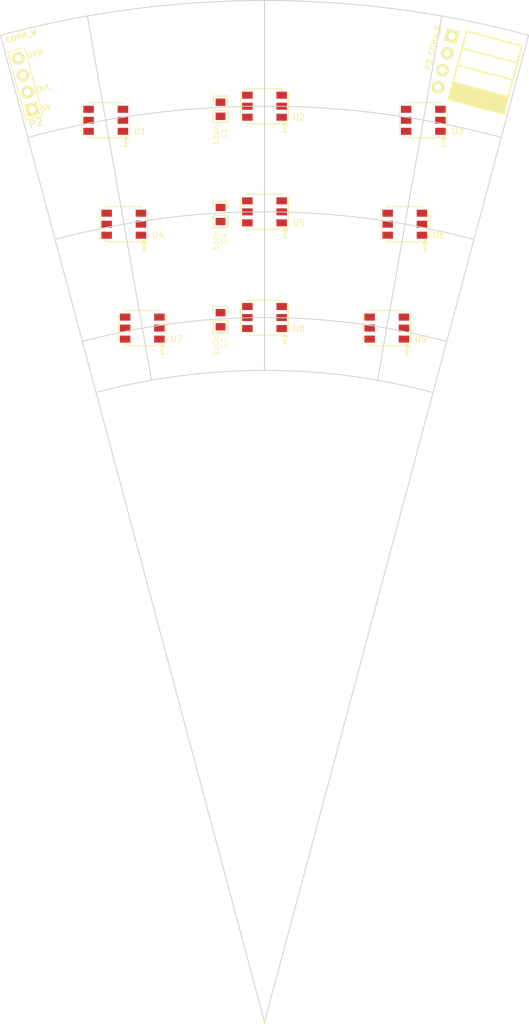
<source format=kicad_pcb>
(kicad_pcb (version 3) (host pcbnew "(2013-03-15 BZR 4003)-stable")

  (general
    (links 51)
    (no_connects 51)
    (area -38.204001 -147.395001 185.420001 175.2092)
    (thickness 1.6002)
    (drawings 12)
    (tracks 0)
    (zones 0)
    (modules 15)
    (nets 9)
  )

  (page A4)
  (layers
    (15 Front signal)
    (0 Back signal)
    (16 B.Adhes user)
    (17 F.Adhes user)
    (18 B.Paste user)
    (19 F.Paste user)
    (20 B.SilkS user)
    (21 F.SilkS user)
    (22 B.Mask user)
    (23 F.Mask user)
    (24 Dwgs.User user)
    (25 Cmts.User user)
    (26 Eco1.User user)
    (27 Eco2.User user)
    (28 Edge.Cuts user)
  )

  (setup
    (last_trace_width 0.2032)
    (trace_clearance 0.254)
    (zone_clearance 0.508)
    (zone_45_only no)
    (trace_min 0.2032)
    (segment_width 0.381)
    (edge_width 0.127)
    (via_size 0.889)
    (via_drill 0.635)
    (via_min_size 0.889)
    (via_min_drill 0.508)
    (uvia_size 0.508)
    (uvia_drill 0.127)
    (uvias_allowed no)
    (uvia_min_size 0.508)
    (uvia_min_drill 0.127)
    (pcb_text_width 0.3048)
    (pcb_text_size 1.524 2.032)
    (mod_edge_width 0.381)
    (mod_text_size 1.524 1.524)
    (mod_text_width 0.3048)
    (pad_size 1.524 1.524)
    (pad_drill 0.8128)
    (pad_to_mask_clearance 0.254)
    (aux_axis_origin 0 0)
    (visible_elements 7FFF9BFF)
    (pcbplotparams
      (layerselection 3178497)
      (usegerberextensions true)
      (excludeedgelayer true)
      (linewidth 60)
      (plotframeref false)
      (viasonmask false)
      (mode 1)
      (useauxorigin false)
      (hpglpennumber 1)
      (hpglpenspeed 20)
      (hpglpendiameter 15)
      (hpglpenoverlay 0)
      (psnegative false)
      (psa4output false)
      (plotreference true)
      (plotvalue true)
      (plotothertext true)
      (plotinvisibletext false)
      (padsonsilk false)
      (subtractmaskfromsilk false)
      (outputformat 1)
      (mirror false)
      (drillshape 1)
      (scaleselection 1)
      (outputdirectory ""))
  )

  (net 0 "")
  (net 1 /5V)
  (net 2 /D_15)
  (net 3 /D_16)
  (net 4 /Data_Out)
  (net 5 /SlaveController/5V)
  (net 6 GND)
  (net 7 N-000006)
  (net 8 N-000037)

  (net_class Default "This is the default net class."
    (clearance 0.254)
    (trace_width 0.2032)
    (via_dia 0.889)
    (via_drill 0.635)
    (uvia_dia 0.508)
    (uvia_drill 0.127)
    (add_net "")
    (add_net /5V)
    (add_net /D_15)
    (add_net /D_16)
    (add_net /Data_Out)
    (add_net /SlaveController/5V)
    (add_net GND)
    (add_net N-000006)
    (add_net N-000037)
  )

  (module RGB_WS2811 (layer Front) (tedit 513F2407) (tstamp 51482D53)
    (at 86.4235 47.752 90)
    (path /50E7FA74)
    (fp_text reference U3 (at -1.5875 4.953 180) (layer F.SilkS)
      (effects (font (size 0.889 0.889) (thickness 0.127)))
    )
    (fp_text value RGB_WS2811 (at 0 0 90) (layer F.SilkS) hide
      (effects (font (size 0.762 0.762) (thickness 0.127)))
    )
    (fp_line (start -2.3495 2.8575) (end -2.3495 2.9845) (layer F.SilkS) (width 0.127))
    (fp_line (start -2.4765 2.794) (end -2.4765 3.048) (layer F.SilkS) (width 0.127))
    (fp_line (start -2.6035 2.667) (end -2.6035 3.175) (layer F.SilkS) (width 0.127))
    (fp_line (start -2.286 2.921) (end -2.7305 3.3655) (layer F.SilkS) (width 0.127))
    (fp_line (start -2.7305 3.3655) (end -2.7305 2.4765) (layer F.SilkS) (width 0.127))
    (fp_line (start -2.7305 2.4765) (end -2.286 2.921) (layer F.SilkS) (width 0.127))
    (fp_line (start -2.54 2.032) (end -2.286 2.286) (layer F.SilkS) (width 0.127))
    (fp_line (start -2.032 -3.429) (end 2.032 -3.429) (layer F.SilkS) (width 0.127))
    (fp_line (start -2.032 3.429) (end 2.032 3.429) (layer F.SilkS) (width 0.127))
    (fp_line (start 2.54 2.54) (end 2.286 2.54) (layer F.SilkS) (width 0.127))
    (fp_line (start -2.54 -2.54) (end -2.286 -2.54) (layer F.SilkS) (width 0.127))
    (fp_line (start 2.54 -2.54) (end 2.286 -2.54) (layer F.SilkS) (width 0.127))
    (fp_line (start -2.54 2.032) (end -2.54 0) (layer F.SilkS) (width 0.127))
    (fp_line (start -2.54 0) (end -2.54 -2.54) (layer F.SilkS) (width 0.127))
    (fp_line (start 2.54 -2.54) (end 2.54 0) (layer F.SilkS) (width 0.127))
    (fp_line (start 2.54 0) (end 2.54 2.54) (layer F.SilkS) (width 0.127))
    (fp_text user 1 (at -3.4036 2.921 180) (layer F.SilkS)
      (effects (font (size 0.762 0.762) (thickness 0.1524)))
    )
    (pad 1 smd rect (at -1.5875 2.4765 90) (size 1.016 1.524)
      (layers Front F.Paste F.Mask)
      (net 3 /D_16)
      (clearance 0.127)
    )
    (pad 2 smd rect (at 0 2.4765 90) (size 1.016 1.524)
      (layers Front F.Paste F.Mask)
      (net 2 /D_15)
      (clearance 0.127)
    )
    (pad 3 smd rect (at 1.5875 2.4765 90) (size 1.016 1.524)
      (layers Front F.Paste F.Mask)
      (net 1 /5V)
      (clearance 0.127)
    )
    (pad 4 smd rect (at 1.5875 -2.4765 90) (size 1.016 1.524)
      (layers Front F.Paste F.Mask)
      (clearance 0.127)
    )
    (pad 5 smd rect (at 0 -2.4765 90) (size 1.016 1.524)
      (layers Front F.Paste F.Mask)
      (net 1 /5V)
      (clearance 0.127)
    )
    (pad 6 smd rect (at -1.5875 -2.4765 90) (size 1.016 1.524)
      (layers Front F.Paste F.Mask)
      (net 6 GND)
      (clearance 0.127)
    )
    (model smartRGB_Lib/smartRGB_3D/led_0805.wrl
      (at (xyz 0 0 0))
      (scale (xyz 1 1.5 1))
      (rotate (xyz 0 0 0))
    )
    (model Equinox_Libs\equinox_3D\led_0805.wrl
      (at (xyz 0 0 0))
      (scale (xyz 1 1.5 1))
      (rotate (xyz 0 0 0))
    )
  )

  (module RGB_WS2811 (layer Front) (tedit 513F2425) (tstamp 51372247)
    (at 63.5 76.2 90)
    (path /50E7FA74)
    (fp_text reference U8 (at -1.5875 4.953 180) (layer F.SilkS)
      (effects (font (size 0.889 0.889) (thickness 0.127)))
    )
    (fp_text value RGB_WS2811 (at 0 0 90) (layer F.SilkS) hide
      (effects (font (size 0.762 0.762) (thickness 0.127)))
    )
    (fp_line (start -2.3495 2.8575) (end -2.3495 2.9845) (layer F.SilkS) (width 0.127))
    (fp_line (start -2.4765 2.794) (end -2.4765 3.048) (layer F.SilkS) (width 0.127))
    (fp_line (start -2.6035 2.667) (end -2.6035 3.175) (layer F.SilkS) (width 0.127))
    (fp_line (start -2.286 2.921) (end -2.7305 3.3655) (layer F.SilkS) (width 0.127))
    (fp_line (start -2.7305 3.3655) (end -2.7305 2.4765) (layer F.SilkS) (width 0.127))
    (fp_line (start -2.7305 2.4765) (end -2.286 2.921) (layer F.SilkS) (width 0.127))
    (fp_line (start -2.54 2.032) (end -2.286 2.286) (layer F.SilkS) (width 0.127))
    (fp_line (start -2.032 -3.429) (end 2.032 -3.429) (layer F.SilkS) (width 0.127))
    (fp_line (start -2.032 3.429) (end 2.032 3.429) (layer F.SilkS) (width 0.127))
    (fp_line (start 2.54 2.54) (end 2.286 2.54) (layer F.SilkS) (width 0.127))
    (fp_line (start -2.54 -2.54) (end -2.286 -2.54) (layer F.SilkS) (width 0.127))
    (fp_line (start 2.54 -2.54) (end 2.286 -2.54) (layer F.SilkS) (width 0.127))
    (fp_line (start -2.54 2.032) (end -2.54 0) (layer F.SilkS) (width 0.127))
    (fp_line (start -2.54 0) (end -2.54 -2.54) (layer F.SilkS) (width 0.127))
    (fp_line (start 2.54 -2.54) (end 2.54 0) (layer F.SilkS) (width 0.127))
    (fp_line (start 2.54 0) (end 2.54 2.54) (layer F.SilkS) (width 0.127))
    (fp_text user 1 (at -3.4036 2.921 180) (layer F.SilkS)
      (effects (font (size 0.762 0.762) (thickness 0.1524)))
    )
    (pad 1 smd rect (at -1.5875 2.4765 90) (size 1.016 1.524)
      (layers Front F.Paste F.Mask)
      (net 3 /D_16)
      (clearance 0.127)
    )
    (pad 2 smd rect (at 0 2.4765 90) (size 1.016 1.524)
      (layers Front F.Paste F.Mask)
      (net 2 /D_15)
      (clearance 0.127)
    )
    (pad 3 smd rect (at 1.5875 2.4765 90) (size 1.016 1.524)
      (layers Front F.Paste F.Mask)
      (net 1 /5V)
      (clearance 0.127)
    )
    (pad 4 smd rect (at 1.5875 -2.4765 90) (size 1.016 1.524)
      (layers Front F.Paste F.Mask)
      (clearance 0.127)
    )
    (pad 5 smd rect (at 0 -2.4765 90) (size 1.016 1.524)
      (layers Front F.Paste F.Mask)
      (net 1 /5V)
      (clearance 0.127)
    )
    (pad 6 smd rect (at -1.5875 -2.4765 90) (size 1.016 1.524)
      (layers Front F.Paste F.Mask)
      (net 6 GND)
      (clearance 0.127)
    )
    (model smartRGB_Lib/smartRGB_3D/led_0805.wrl
      (at (xyz 0 0 0))
      (scale (xyz 1 1.5 1))
      (rotate (xyz 0 0 0))
    )
    (model Equinox_Libs\equinox_3D\led_0805.wrl
      (at (xyz 0 0 0))
      (scale (xyz 1 1.5 1))
      (rotate (xyz 0 0 0))
    )
  )

  (module RGB_WS2811 (layer Front) (tedit 513F2418) (tstamp 5137223D)
    (at 63.5 60.96 90)
    (path /50E7FA74)
    (fp_text reference U5 (at -1.5875 4.953 180) (layer F.SilkS)
      (effects (font (size 0.889 0.889) (thickness 0.127)))
    )
    (fp_text value RGB_WS2811 (at 0 0 90) (layer F.SilkS) hide
      (effects (font (size 0.762 0.762) (thickness 0.127)))
    )
    (fp_line (start -2.3495 2.8575) (end -2.3495 2.9845) (layer F.SilkS) (width 0.127))
    (fp_line (start -2.4765 2.794) (end -2.4765 3.048) (layer F.SilkS) (width 0.127))
    (fp_line (start -2.6035 2.667) (end -2.6035 3.175) (layer F.SilkS) (width 0.127))
    (fp_line (start -2.286 2.921) (end -2.7305 3.3655) (layer F.SilkS) (width 0.127))
    (fp_line (start -2.7305 3.3655) (end -2.7305 2.4765) (layer F.SilkS) (width 0.127))
    (fp_line (start -2.7305 2.4765) (end -2.286 2.921) (layer F.SilkS) (width 0.127))
    (fp_line (start -2.54 2.032) (end -2.286 2.286) (layer F.SilkS) (width 0.127))
    (fp_line (start -2.032 -3.429) (end 2.032 -3.429) (layer F.SilkS) (width 0.127))
    (fp_line (start -2.032 3.429) (end 2.032 3.429) (layer F.SilkS) (width 0.127))
    (fp_line (start 2.54 2.54) (end 2.286 2.54) (layer F.SilkS) (width 0.127))
    (fp_line (start -2.54 -2.54) (end -2.286 -2.54) (layer F.SilkS) (width 0.127))
    (fp_line (start 2.54 -2.54) (end 2.286 -2.54) (layer F.SilkS) (width 0.127))
    (fp_line (start -2.54 2.032) (end -2.54 0) (layer F.SilkS) (width 0.127))
    (fp_line (start -2.54 0) (end -2.54 -2.54) (layer F.SilkS) (width 0.127))
    (fp_line (start 2.54 -2.54) (end 2.54 0) (layer F.SilkS) (width 0.127))
    (fp_line (start 2.54 0) (end 2.54 2.54) (layer F.SilkS) (width 0.127))
    (fp_text user 1 (at -3.4036 2.921 180) (layer F.SilkS)
      (effects (font (size 0.762 0.762) (thickness 0.1524)))
    )
    (pad 1 smd rect (at -1.5875 2.4765 90) (size 1.016 1.524)
      (layers Front F.Paste F.Mask)
      (net 3 /D_16)
      (clearance 0.127)
    )
    (pad 2 smd rect (at 0 2.4765 90) (size 1.016 1.524)
      (layers Front F.Paste F.Mask)
      (net 2 /D_15)
      (clearance 0.127)
    )
    (pad 3 smd rect (at 1.5875 2.4765 90) (size 1.016 1.524)
      (layers Front F.Paste F.Mask)
      (net 1 /5V)
      (clearance 0.127)
    )
    (pad 4 smd rect (at 1.5875 -2.4765 90) (size 1.016 1.524)
      (layers Front F.Paste F.Mask)
      (clearance 0.127)
    )
    (pad 5 smd rect (at 0 -2.4765 90) (size 1.016 1.524)
      (layers Front F.Paste F.Mask)
      (net 1 /5V)
      (clearance 0.127)
    )
    (pad 6 smd rect (at -1.5875 -2.4765 90) (size 1.016 1.524)
      (layers Front F.Paste F.Mask)
      (net 6 GND)
      (clearance 0.127)
    )
    (model smartRGB_Lib/smartRGB_3D/led_0805.wrl
      (at (xyz 0 0 0))
      (scale (xyz 1 1.5 1))
      (rotate (xyz 0 0 0))
    )
    (model Equinox_Libs\equinox_3D\led_0805.wrl
      (at (xyz 0 0 0))
      (scale (xyz 1 1.5 1))
      (rotate (xyz 0 0 0))
    )
  )

  (module RGB_WS2811 (layer Front) (tedit 513F2402) (tstamp 51482D37)
    (at 63.5 45.72 90)
    (path /50E7FA74)
    (fp_text reference U2 (at -1.5875 4.953 180) (layer F.SilkS)
      (effects (font (size 0.889 0.889) (thickness 0.127)))
    )
    (fp_text value RGB_WS2811 (at 0 0 90) (layer F.SilkS) hide
      (effects (font (size 0.762 0.762) (thickness 0.127)))
    )
    (fp_line (start -2.3495 2.8575) (end -2.3495 2.9845) (layer F.SilkS) (width 0.127))
    (fp_line (start -2.4765 2.794) (end -2.4765 3.048) (layer F.SilkS) (width 0.127))
    (fp_line (start -2.6035 2.667) (end -2.6035 3.175) (layer F.SilkS) (width 0.127))
    (fp_line (start -2.286 2.921) (end -2.7305 3.3655) (layer F.SilkS) (width 0.127))
    (fp_line (start -2.7305 3.3655) (end -2.7305 2.4765) (layer F.SilkS) (width 0.127))
    (fp_line (start -2.7305 2.4765) (end -2.286 2.921) (layer F.SilkS) (width 0.127))
    (fp_line (start -2.54 2.032) (end -2.286 2.286) (layer F.SilkS) (width 0.127))
    (fp_line (start -2.032 -3.429) (end 2.032 -3.429) (layer F.SilkS) (width 0.127))
    (fp_line (start -2.032 3.429) (end 2.032 3.429) (layer F.SilkS) (width 0.127))
    (fp_line (start 2.54 2.54) (end 2.286 2.54) (layer F.SilkS) (width 0.127))
    (fp_line (start -2.54 -2.54) (end -2.286 -2.54) (layer F.SilkS) (width 0.127))
    (fp_line (start 2.54 -2.54) (end 2.286 -2.54) (layer F.SilkS) (width 0.127))
    (fp_line (start -2.54 2.032) (end -2.54 0) (layer F.SilkS) (width 0.127))
    (fp_line (start -2.54 0) (end -2.54 -2.54) (layer F.SilkS) (width 0.127))
    (fp_line (start 2.54 -2.54) (end 2.54 0) (layer F.SilkS) (width 0.127))
    (fp_line (start 2.54 0) (end 2.54 2.54) (layer F.SilkS) (width 0.127))
    (fp_text user 1 (at -3.4036 2.921 180) (layer F.SilkS)
      (effects (font (size 0.762 0.762) (thickness 0.1524)))
    )
    (pad 1 smd rect (at -1.5875 2.4765 90) (size 1.016 1.524)
      (layers Front F.Paste F.Mask)
      (net 3 /D_16)
      (clearance 0.127)
    )
    (pad 2 smd rect (at 0 2.4765 90) (size 1.016 1.524)
      (layers Front F.Paste F.Mask)
      (net 2 /D_15)
      (clearance 0.127)
    )
    (pad 3 smd rect (at 1.5875 2.4765 90) (size 1.016 1.524)
      (layers Front F.Paste F.Mask)
      (net 1 /5V)
      (clearance 0.127)
    )
    (pad 4 smd rect (at 1.5875 -2.4765 90) (size 1.016 1.524)
      (layers Front F.Paste F.Mask)
      (clearance 0.127)
    )
    (pad 5 smd rect (at 0 -2.4765 90) (size 1.016 1.524)
      (layers Front F.Paste F.Mask)
      (net 1 /5V)
      (clearance 0.127)
    )
    (pad 6 smd rect (at -1.5875 -2.4765 90) (size 1.016 1.524)
      (layers Front F.Paste F.Mask)
      (net 6 GND)
      (clearance 0.127)
    )
    (model smartRGB_Lib/smartRGB_3D/led_0805.wrl
      (at (xyz 0 0 0))
      (scale (xyz 1 1.5 1))
      (rotate (xyz 0 0 0))
    )
    (model Equinox_Libs\equinox_3D\led_0805.wrl
      (at (xyz 0 0 0))
      (scale (xyz 1 1.5 1))
      (rotate (xyz 0 0 0))
    )
  )

  (module c_0805 (layer Front) (tedit 513F2475) (tstamp 51372808)
    (at 57.15 76.5175 270)
    (descr "SMT capacitor, 0805")
    (path /50E7E80E)
    (attr smd)
    (fp_text reference C7 (at 3.429 -0.508 270) (layer F.SilkS)
      (effects (font (size 0.762 0.762) (thickness 0.1016)))
    )
    (fp_text value 100n (at 3.7465 0.635 270) (layer F.SilkS)
      (effects (font (size 0.762 0.762) (thickness 0.1016)))
    )
    (fp_line (start 1.905 1.0795) (end 0.127 1.0795) (layer F.SilkS) (width 0.1524))
    (fp_line (start 1.905 -1.0795) (end 0.127 -1.0795) (layer F.SilkS) (width 0.1524))
    (fp_line (start -1.016 1.0795) (end -1.905 1.0795) (layer F.SilkS) (width 0.1524))
    (fp_line (start -1.905 -1.0795) (end -1.016 -1.0795) (layer F.SilkS) (width 0.1524))
    (fp_line (start 0.127 -1.0795) (end 0.127 1.0795) (layer F.SilkS) (width 0.1524))
    (fp_line (start 1.905 -1.0795) (end 1.905 1.0795) (layer F.SilkS) (width 0.1524))
    (fp_line (start -1.905 -1.0795) (end -1.905 1.0795) (layer F.SilkS) (width 0.1524))
    (pad 1 smd rect (at 1.016 0 270) (size 1.0668 1.4224)
      (layers Front F.Paste F.Mask)
      (net 6 GND)
    )
    (pad 2 smd rect (at -1.016 0 270) (size 1.0668 1.4224)
      (layers Front F.Paste F.Mask)
      (net 5 /SlaveController/5V)
    )
    (model smartRGB_Lib/smartRGB_3D/c_0805.wrl
      (at (xyz 0 0 0))
      (scale (xyz 1 1 1))
      (rotate (xyz 0 0 0))
    )
    (model Equinox_Libs\equinox_3D\c_0805.wrl
      (at (xyz 0 0 0))
      (scale (xyz 1 1 1))
      (rotate (xyz 0 0 0))
    )
  )

  (module c_0805 (layer Front) (tedit 513F2470) (tstamp 513727F4)
    (at 57.15 61.341 270)
    (descr "SMT capacitor, 0805")
    (path /50E7E80E)
    (attr smd)
    (fp_text reference C4 (at 3.429 -0.508 270) (layer F.SilkS)
      (effects (font (size 0.762 0.762) (thickness 0.1016)))
    )
    (fp_text value 100n (at 3.7465 0.635 270) (layer F.SilkS)
      (effects (font (size 0.762 0.762) (thickness 0.1016)))
    )
    (fp_line (start 1.905 1.0795) (end 0.127 1.0795) (layer F.SilkS) (width 0.1524))
    (fp_line (start 1.905 -1.0795) (end 0.127 -1.0795) (layer F.SilkS) (width 0.1524))
    (fp_line (start -1.016 1.0795) (end -1.905 1.0795) (layer F.SilkS) (width 0.1524))
    (fp_line (start -1.905 -1.0795) (end -1.016 -1.0795) (layer F.SilkS) (width 0.1524))
    (fp_line (start 0.127 -1.0795) (end 0.127 1.0795) (layer F.SilkS) (width 0.1524))
    (fp_line (start 1.905 -1.0795) (end 1.905 1.0795) (layer F.SilkS) (width 0.1524))
    (fp_line (start -1.905 -1.0795) (end -1.905 1.0795) (layer F.SilkS) (width 0.1524))
    (pad 1 smd rect (at 1.016 0 270) (size 1.0668 1.4224)
      (layers Front F.Paste F.Mask)
      (net 6 GND)
    )
    (pad 2 smd rect (at -1.016 0 270) (size 1.0668 1.4224)
      (layers Front F.Paste F.Mask)
      (net 5 /SlaveController/5V)
    )
    (model smartRGB_Lib/smartRGB_3D/c_0805.wrl
      (at (xyz 0 0 0))
      (scale (xyz 1 1 1))
      (rotate (xyz 0 0 0))
    )
    (model Equinox_Libs\equinox_3D\c_0805.wrl
      (at (xyz 0 0 0))
      (scale (xyz 1 1 1))
      (rotate (xyz 0 0 0))
    )
  )

  (module c_0805 (layer Front) (tedit 513F246C) (tstamp 513727BC)
    (at 57.15 46.1645 270)
    (descr "SMT capacitor, 0805")
    (path /50E7E80E)
    (attr smd)
    (fp_text reference C1 (at 3.429 -0.508 270) (layer F.SilkS)
      (effects (font (size 0.762 0.762) (thickness 0.1016)))
    )
    (fp_text value 100n (at 3.7465 0.635 270) (layer F.SilkS)
      (effects (font (size 0.762 0.762) (thickness 0.1016)))
    )
    (fp_line (start 1.905 1.0795) (end 0.127 1.0795) (layer F.SilkS) (width 0.1524))
    (fp_line (start 1.905 -1.0795) (end 0.127 -1.0795) (layer F.SilkS) (width 0.1524))
    (fp_line (start -1.016 1.0795) (end -1.905 1.0795) (layer F.SilkS) (width 0.1524))
    (fp_line (start -1.905 -1.0795) (end -1.016 -1.0795) (layer F.SilkS) (width 0.1524))
    (fp_line (start 0.127 -1.0795) (end 0.127 1.0795) (layer F.SilkS) (width 0.1524))
    (fp_line (start 1.905 -1.0795) (end 1.905 1.0795) (layer F.SilkS) (width 0.1524))
    (fp_line (start -1.905 -1.0795) (end -1.905 1.0795) (layer F.SilkS) (width 0.1524))
    (pad 1 smd rect (at 1.016 0 270) (size 1.0668 1.4224)
      (layers Front F.Paste F.Mask)
      (net 6 GND)
    )
    (pad 2 smd rect (at -1.016 0 270) (size 1.0668 1.4224)
      (layers Front F.Paste F.Mask)
      (net 5 /SlaveController/5V)
    )
    (model smartRGB_Lib/smartRGB_3D/c_0805.wrl
      (at (xyz 0 0 0))
      (scale (xyz 1 1 1))
      (rotate (xyz 0 0 0))
    )
    (model Equinox_Libs\equinox_3D\c_0805.wrl
      (at (xyz 0 0 0))
      (scale (xyz 1 1 1))
      (rotate (xyz 0 0 0))
    )
  )

  (module CONN_E (layer Front) (tedit 513F2458) (tstamp 51372557)
    (at 28.956 42.4815 285)
    (descr "Pin strip 4pin 90")
    (tags "CONN DEV")
    (path /50E7F7C5)
    (attr smd)
    (fp_text reference P2 (at 5.9055 0 375) (layer F.SilkS)
      (effects (font (size 1.016 1.016) (thickness 0.1524)))
    )
    (fp_text value CONN_W (at -6.7945 -1.2065 375) (layer F.SilkS)
      (effects (font (size 0.762 0.762) (thickness 0.1524)))
    )
    (fp_text user GND (at -3.81 -2.4765 375) (layer F.SilkS)
      (effects (font (size 0.762 0.762) (thickness 0.1524)))
    )
    (fp_text user Out (at 1.27 -2.286 375) (layer F.SilkS)
      (effects (font (size 0.762 0.762) (thickness 0.1524)))
    )
    (fp_text user 5V (at 4.064 -2.032 375) (layer F.SilkS)
      (effects (font (size 0.762 0.762) (thickness 0.1524)))
    )
    (fp_line (start 0 1.27) (end -5.08 1.27) (layer F.SilkS) (width 0.127))
    (fp_line (start -5.08 1.27) (end -5.08 0) (layer F.SilkS) (width 0.127))
    (fp_line (start -5.08 0) (end -5.08 -1.27) (layer F.SilkS) (width 0.127))
    (fp_line (start -5.08 -1.27) (end 0 -1.27) (layer F.SilkS) (width 0.127))
    (fp_line (start 0 -1.27) (end 5.08 -1.27) (layer F.SilkS) (width 0.127))
    (fp_line (start 5.08 -1.27) (end 5.08 0) (layer F.SilkS) (width 0.127))
    (fp_line (start 5.08 0) (end 5.08 1.27) (layer F.SilkS) (width 0.127))
    (fp_line (start 5.08 1.27) (end 0 1.27) (layer F.SilkS) (width 0.127))
    (pad 1 thru_hole rect (at 3.81 0 285) (size 1.778 1.778) (drill 1.016)
      (layers *.Cu *.Mask F.SilkS)
      (net 1 /5V)
    )
    (pad 2 thru_hole circle (at 1.27 0 285) (size 1.778 1.778) (drill 1.016)
      (layers *.Cu *.Mask F.SilkS)
      (net 4 /Data_Out)
    )
    (pad 3 thru_hole circle (at -1.27 0 285) (size 1.778 1.778) (drill 1.016)
      (layers *.Cu *.Mask F.SilkS)
      (net 7 N-000006)
    )
    (pad 4 thru_hole circle (at -3.81 0 285) (size 1.778 1.778) (drill 1.016)
      (layers *.Cu *.Mask F.SilkS)
      (net 6 GND)
    )
    (model smartRGB_Lib/smartRGB_3D/pin_strip_4.wrl
      (at (xyz 0 0 0))
      (scale (xyz 1 1 1))
      (rotate (xyz 0 0 0))
    )
    (model Equinox_Libs\equinox_3D\pin_strip_4-90.wrl
      (at (xyz 0 0 0))
      (scale (xyz 1 1 1))
      (rotate (xyz 0 0 0))
    )
  )

  (module CONN_S (layer Front) (tedit 513F2451) (tstamp 513725E7)
    (at 89.535 39.3065 75)
    (descr "Pin strip 4pin 90")
    (tags "CONN DEV")
    (path /50E7F7B7)
    (attr smd)
    (fp_text reference P3 (at -1.02108 -2.09296 75) (layer F.SilkS)
      (effects (font (size 0.762 0.762) (thickness 0.1524)))
    )
    (fp_text value CONN_E (at 2.6035 -2.159 75) (layer F.SilkS)
      (effects (font (size 0.762 0.762) (thickness 0.1524)))
    )
    (fp_line (start -2.794 1.905) (end -2.794 10.16) (layer F.SilkS) (width 0.254))
    (fp_line (start -3.048 10.16) (end -3.048 1.905) (layer F.SilkS) (width 0.254))
    (fp_line (start -3.302 1.905) (end -3.302 10.16) (layer F.SilkS) (width 0.254))
    (fp_line (start -3.556 10.16) (end -3.556 1.905) (layer F.SilkS) (width 0.254))
    (fp_line (start -3.81 1.905) (end -3.81 10.16) (layer F.SilkS) (width 0.254))
    (fp_line (start -4.064 10.16) (end -4.064 1.905) (layer F.SilkS) (width 0.254))
    (fp_line (start -4.318 1.905) (end -4.318 10.16) (layer F.SilkS) (width 0.254))
    (fp_line (start -4.572 10.16) (end -4.572 1.905) (layer F.SilkS) (width 0.254))
    (fp_line (start -4.826 1.905) (end -4.826 10.16) (layer F.SilkS) (width 0.254))
    (fp_line (start -2.54 1.905) (end -2.54 10.16) (layer F.SilkS) (width 0.254))
    (fp_line (start 2.54 1.905) (end 2.54 10.16) (layer F.SilkS) (width 0.254))
    (fp_line (start 0 10.16) (end 5.08 10.16) (layer F.SilkS) (width 0.254))
    (fp_line (start 5.08 10.16) (end 5.08 1.905) (layer F.SilkS) (width 0.254))
    (fp_line (start 5.08 1.905) (end 0 1.905) (layer F.SilkS) (width 0.254))
    (fp_line (start 0 10.16) (end -5.08 10.16) (layer F.SilkS) (width 0.254))
    (fp_line (start -5.08 10.16) (end -5.08 1.905) (layer F.SilkS) (width 0.254))
    (fp_line (start -5.08 1.905) (end 0 1.905) (layer F.SilkS) (width 0.254))
    (fp_line (start 0 1.905) (end 0 10.16) (layer F.SilkS) (width 0.254))
    (pad 1 thru_hole circle (at -3.81 0 75) (size 1.778 1.778) (drill 1.016)
      (layers *.Cu *.Mask F.SilkS)
      (net 1 /5V)
    )
    (pad 2 thru_hole circle (at -1.27 0 75) (size 1.778 1.778) (drill 1.016)
      (layers *.Cu *.Mask F.SilkS)
      (net 4 /Data_Out)
    )
    (pad 3 thru_hole circle (at 1.27 0 75) (size 1.778 1.778) (drill 1.016)
      (layers *.Cu *.Mask F.SilkS)
      (net 8 N-000037)
    )
    (pad 4 thru_hole rect (at 3.81 0 75) (size 1.778 1.778) (drill 1.016)
      (layers *.Cu *.Mask F.SilkS)
      (net 6 GND)
    )
    (model smartRGB_Lib/smartRGB_3D/socket_1x4_90.wrl
      (at (xyz 0 0 0))
      (scale (xyz 1 1 1))
      (rotate (xyz 0 0 0))
    )
    (model Equinox_Libs\equinox_3D\socket_1x4_90.wrl
      (at (xyz 0 0 0))
      (scale (xyz 1 1 1))
      (rotate (xyz 0 0 0))
    )
  )

  (module PCB (layer Front) (tedit 50E96D6E) (tstamp 51372D81)
    (at 63.5 177.8)
    (path /50E96A4D)
    (fp_text reference PCB1 (at 0 -1.3335) (layer F.SilkS) hide
      (effects (font (size 1.016 1.016) (thickness 0.1524)))
    )
    (fp_text value CONN_1 (at 0 1.651) (layer F.SilkS) hide
      (effects (font (size 1.016 1.016) (thickness 0.1524)))
    )
    (fp_line (start -0.254 0) (end 0.254 0) (layer F.SilkS) (width 0.127))
    (fp_line (start 0 -0.254) (end 0 0.254) (layer F.SilkS) (width 0.127))
    (model Equinox_Libs\equinox_3D\equinox_pcb.wrl
      (at (xyz 0 0 0))
      (scale (xyz 1 1 1))
      (rotate (xyz 0 0 0))
    )
  )

  (module RGB_WS2811 (layer Front) (tedit 513F2421) (tstamp 51373B41)
    (at 45.847 77.724 90)
    (path /50E7FA74)
    (fp_text reference U7 (at -1.5875 4.953 180) (layer F.SilkS)
      (effects (font (size 0.889 0.889) (thickness 0.127)))
    )
    (fp_text value RGB_WS2811 (at 0 0 90) (layer F.SilkS) hide
      (effects (font (size 0.762 0.762) (thickness 0.127)))
    )
    (fp_line (start -2.3495 2.8575) (end -2.3495 2.9845) (layer F.SilkS) (width 0.127))
    (fp_line (start -2.4765 2.794) (end -2.4765 3.048) (layer F.SilkS) (width 0.127))
    (fp_line (start -2.6035 2.667) (end -2.6035 3.175) (layer F.SilkS) (width 0.127))
    (fp_line (start -2.286 2.921) (end -2.7305 3.3655) (layer F.SilkS) (width 0.127))
    (fp_line (start -2.7305 3.3655) (end -2.7305 2.4765) (layer F.SilkS) (width 0.127))
    (fp_line (start -2.7305 2.4765) (end -2.286 2.921) (layer F.SilkS) (width 0.127))
    (fp_line (start -2.54 2.032) (end -2.286 2.286) (layer F.SilkS) (width 0.127))
    (fp_line (start -2.032 -3.429) (end 2.032 -3.429) (layer F.SilkS) (width 0.127))
    (fp_line (start -2.032 3.429) (end 2.032 3.429) (layer F.SilkS) (width 0.127))
    (fp_line (start 2.54 2.54) (end 2.286 2.54) (layer F.SilkS) (width 0.127))
    (fp_line (start -2.54 -2.54) (end -2.286 -2.54) (layer F.SilkS) (width 0.127))
    (fp_line (start 2.54 -2.54) (end 2.286 -2.54) (layer F.SilkS) (width 0.127))
    (fp_line (start -2.54 2.032) (end -2.54 0) (layer F.SilkS) (width 0.127))
    (fp_line (start -2.54 0) (end -2.54 -2.54) (layer F.SilkS) (width 0.127))
    (fp_line (start 2.54 -2.54) (end 2.54 0) (layer F.SilkS) (width 0.127))
    (fp_line (start 2.54 0) (end 2.54 2.54) (layer F.SilkS) (width 0.127))
    (fp_text user 1 (at -3.4036 2.921 180) (layer F.SilkS)
      (effects (font (size 0.762 0.762) (thickness 0.1524)))
    )
    (pad 1 smd rect (at -1.5875 2.4765 90) (size 1.016 1.524)
      (layers Front F.Paste F.Mask)
      (net 3 /D_16)
      (clearance 0.127)
    )
    (pad 2 smd rect (at 0 2.4765 90) (size 1.016 1.524)
      (layers Front F.Paste F.Mask)
      (net 2 /D_15)
      (clearance 0.127)
    )
    (pad 3 smd rect (at 1.5875 2.4765 90) (size 1.016 1.524)
      (layers Front F.Paste F.Mask)
      (net 1 /5V)
      (clearance 0.127)
    )
    (pad 4 smd rect (at 1.5875 -2.4765 90) (size 1.016 1.524)
      (layers Front F.Paste F.Mask)
      (clearance 0.127)
    )
    (pad 5 smd rect (at 0 -2.4765 90) (size 1.016 1.524)
      (layers Front F.Paste F.Mask)
      (net 1 /5V)
      (clearance 0.127)
    )
    (pad 6 smd rect (at -1.5875 -2.4765 90) (size 1.016 1.524)
      (layers Front F.Paste F.Mask)
      (net 6 GND)
      (clearance 0.127)
    )
    (model smartRGB_Lib/smartRGB_3D/led_0805.wrl
      (at (xyz 0 0 0))
      (scale (xyz 1 1.5 1))
      (rotate (xyz 0 0 0))
    )
    (model Equinox_Libs\equinox_3D\led_0805.wrl
      (at (xyz 0 0 0))
      (scale (xyz 1 1.5 1))
      (rotate (xyz 0 0 0))
    )
  )

  (module RGB_WS2811 (layer Front) (tedit 513F2429) (tstamp 51373B8C)
    (at 81.153 77.724 90)
    (path /50E7FA74)
    (fp_text reference U9 (at -1.5875 4.953 180) (layer F.SilkS)
      (effects (font (size 0.889 0.889) (thickness 0.127)))
    )
    (fp_text value RGB_WS2811 (at 0 0 90) (layer F.SilkS) hide
      (effects (font (size 0.762 0.762) (thickness 0.127)))
    )
    (fp_line (start -2.3495 2.8575) (end -2.3495 2.9845) (layer F.SilkS) (width 0.127))
    (fp_line (start -2.4765 2.794) (end -2.4765 3.048) (layer F.SilkS) (width 0.127))
    (fp_line (start -2.6035 2.667) (end -2.6035 3.175) (layer F.SilkS) (width 0.127))
    (fp_line (start -2.286 2.921) (end -2.7305 3.3655) (layer F.SilkS) (width 0.127))
    (fp_line (start -2.7305 3.3655) (end -2.7305 2.4765) (layer F.SilkS) (width 0.127))
    (fp_line (start -2.7305 2.4765) (end -2.286 2.921) (layer F.SilkS) (width 0.127))
    (fp_line (start -2.54 2.032) (end -2.286 2.286) (layer F.SilkS) (width 0.127))
    (fp_line (start -2.032 -3.429) (end 2.032 -3.429) (layer F.SilkS) (width 0.127))
    (fp_line (start -2.032 3.429) (end 2.032 3.429) (layer F.SilkS) (width 0.127))
    (fp_line (start 2.54 2.54) (end 2.286 2.54) (layer F.SilkS) (width 0.127))
    (fp_line (start -2.54 -2.54) (end -2.286 -2.54) (layer F.SilkS) (width 0.127))
    (fp_line (start 2.54 -2.54) (end 2.286 -2.54) (layer F.SilkS) (width 0.127))
    (fp_line (start -2.54 2.032) (end -2.54 0) (layer F.SilkS) (width 0.127))
    (fp_line (start -2.54 0) (end -2.54 -2.54) (layer F.SilkS) (width 0.127))
    (fp_line (start 2.54 -2.54) (end 2.54 0) (layer F.SilkS) (width 0.127))
    (fp_line (start 2.54 0) (end 2.54 2.54) (layer F.SilkS) (width 0.127))
    (fp_text user 1 (at -3.4036 2.921 180) (layer F.SilkS)
      (effects (font (size 0.762 0.762) (thickness 0.1524)))
    )
    (pad 1 smd rect (at -1.5875 2.4765 90) (size 1.016 1.524)
      (layers Front F.Paste F.Mask)
      (net 3 /D_16)
      (clearance 0.127)
    )
    (pad 2 smd rect (at 0 2.4765 90) (size 1.016 1.524)
      (layers Front F.Paste F.Mask)
      (net 2 /D_15)
      (clearance 0.127)
    )
    (pad 3 smd rect (at 1.5875 2.4765 90) (size 1.016 1.524)
      (layers Front F.Paste F.Mask)
      (net 1 /5V)
      (clearance 0.127)
    )
    (pad 4 smd rect (at 1.5875 -2.4765 90) (size 1.016 1.524)
      (layers Front F.Paste F.Mask)
      (clearance 0.127)
    )
    (pad 5 smd rect (at 0 -2.4765 90) (size 1.016 1.524)
      (layers Front F.Paste F.Mask)
      (net 1 /5V)
      (clearance 0.127)
    )
    (pad 6 smd rect (at -1.5875 -2.4765 90) (size 1.016 1.524)
      (layers Front F.Paste F.Mask)
      (net 6 GND)
      (clearance 0.127)
    )
    (model smartRGB_Lib/smartRGB_3D/led_0805.wrl
      (at (xyz 0 0 0))
      (scale (xyz 1 1.5 1))
      (rotate (xyz 0 0 0))
    )
    (model Equinox_Libs\equinox_3D\led_0805.wrl
      (at (xyz 0 0 0))
      (scale (xyz 1 1.5 1))
      (rotate (xyz 0 0 0))
    )
  )

  (module RGB_WS2811 (layer Front) (tedit 513F241D) (tstamp 513836A6)
    (at 83.7565 62.738 90)
    (path /50E7FA74)
    (fp_text reference U6 (at -1.5875 4.953 180) (layer F.SilkS)
      (effects (font (size 0.889 0.889) (thickness 0.127)))
    )
    (fp_text value RGB_WS2811 (at 0 0 90) (layer F.SilkS) hide
      (effects (font (size 0.762 0.762) (thickness 0.127)))
    )
    (fp_line (start -2.3495 2.8575) (end -2.3495 2.9845) (layer F.SilkS) (width 0.127))
    (fp_line (start -2.4765 2.794) (end -2.4765 3.048) (layer F.SilkS) (width 0.127))
    (fp_line (start -2.6035 2.667) (end -2.6035 3.175) (layer F.SilkS) (width 0.127))
    (fp_line (start -2.286 2.921) (end -2.7305 3.3655) (layer F.SilkS) (width 0.127))
    (fp_line (start -2.7305 3.3655) (end -2.7305 2.4765) (layer F.SilkS) (width 0.127))
    (fp_line (start -2.7305 2.4765) (end -2.286 2.921) (layer F.SilkS) (width 0.127))
    (fp_line (start -2.54 2.032) (end -2.286 2.286) (layer F.SilkS) (width 0.127))
    (fp_line (start -2.032 -3.429) (end 2.032 -3.429) (layer F.SilkS) (width 0.127))
    (fp_line (start -2.032 3.429) (end 2.032 3.429) (layer F.SilkS) (width 0.127))
    (fp_line (start 2.54 2.54) (end 2.286 2.54) (layer F.SilkS) (width 0.127))
    (fp_line (start -2.54 -2.54) (end -2.286 -2.54) (layer F.SilkS) (width 0.127))
    (fp_line (start 2.54 -2.54) (end 2.286 -2.54) (layer F.SilkS) (width 0.127))
    (fp_line (start -2.54 2.032) (end -2.54 0) (layer F.SilkS) (width 0.127))
    (fp_line (start -2.54 0) (end -2.54 -2.54) (layer F.SilkS) (width 0.127))
    (fp_line (start 2.54 -2.54) (end 2.54 0) (layer F.SilkS) (width 0.127))
    (fp_line (start 2.54 0) (end 2.54 2.54) (layer F.SilkS) (width 0.127))
    (fp_text user 1 (at -3.4036 2.921 180) (layer F.SilkS)
      (effects (font (size 0.762 0.762) (thickness 0.1524)))
    )
    (pad 1 smd rect (at -1.5875 2.4765 90) (size 1.016 1.524)
      (layers Front F.Paste F.Mask)
      (net 3 /D_16)
      (clearance 0.127)
    )
    (pad 2 smd rect (at 0 2.4765 90) (size 1.016 1.524)
      (layers Front F.Paste F.Mask)
      (net 2 /D_15)
      (clearance 0.127)
    )
    (pad 3 smd rect (at 1.5875 2.4765 90) (size 1.016 1.524)
      (layers Front F.Paste F.Mask)
      (net 1 /5V)
      (clearance 0.127)
    )
    (pad 4 smd rect (at 1.5875 -2.4765 90) (size 1.016 1.524)
      (layers Front F.Paste F.Mask)
      (clearance 0.127)
    )
    (pad 5 smd rect (at 0 -2.4765 90) (size 1.016 1.524)
      (layers Front F.Paste F.Mask)
      (net 1 /5V)
      (clearance 0.127)
    )
    (pad 6 smd rect (at -1.5875 -2.4765 90) (size 1.016 1.524)
      (layers Front F.Paste F.Mask)
      (net 6 GND)
      (clearance 0.127)
    )
    (model smartRGB_Lib/smartRGB_3D/led_0805.wrl
      (at (xyz 0 0 0))
      (scale (xyz 1 1.5 1))
      (rotate (xyz 0 0 0))
    )
    (model Equinox_Libs\equinox_3D\led_0805.wrl
      (at (xyz 0 0 0))
      (scale (xyz 1 1.5 1))
      (rotate (xyz 0 0 0))
    )
  )

  (module RGB_WS2811 (layer Front) (tedit 513F2414) (tstamp 51383692)
    (at 43.18 62.738 90)
    (path /50E7FA74)
    (fp_text reference U4 (at -1.5875 4.953 180) (layer F.SilkS)
      (effects (font (size 0.889 0.889) (thickness 0.127)))
    )
    (fp_text value RGB_WS2811 (at 0 0 90) (layer F.SilkS) hide
      (effects (font (size 0.762 0.762) (thickness 0.127)))
    )
    (fp_line (start -2.3495 2.8575) (end -2.3495 2.9845) (layer F.SilkS) (width 0.127))
    (fp_line (start -2.4765 2.794) (end -2.4765 3.048) (layer F.SilkS) (width 0.127))
    (fp_line (start -2.6035 2.667) (end -2.6035 3.175) (layer F.SilkS) (width 0.127))
    (fp_line (start -2.286 2.921) (end -2.7305 3.3655) (layer F.SilkS) (width 0.127))
    (fp_line (start -2.7305 3.3655) (end -2.7305 2.4765) (layer F.SilkS) (width 0.127))
    (fp_line (start -2.7305 2.4765) (end -2.286 2.921) (layer F.SilkS) (width 0.127))
    (fp_line (start -2.54 2.032) (end -2.286 2.286) (layer F.SilkS) (width 0.127))
    (fp_line (start -2.032 -3.429) (end 2.032 -3.429) (layer F.SilkS) (width 0.127))
    (fp_line (start -2.032 3.429) (end 2.032 3.429) (layer F.SilkS) (width 0.127))
    (fp_line (start 2.54 2.54) (end 2.286 2.54) (layer F.SilkS) (width 0.127))
    (fp_line (start -2.54 -2.54) (end -2.286 -2.54) (layer F.SilkS) (width 0.127))
    (fp_line (start 2.54 -2.54) (end 2.286 -2.54) (layer F.SilkS) (width 0.127))
    (fp_line (start -2.54 2.032) (end -2.54 0) (layer F.SilkS) (width 0.127))
    (fp_line (start -2.54 0) (end -2.54 -2.54) (layer F.SilkS) (width 0.127))
    (fp_line (start 2.54 -2.54) (end 2.54 0) (layer F.SilkS) (width 0.127))
    (fp_line (start 2.54 0) (end 2.54 2.54) (layer F.SilkS) (width 0.127))
    (fp_text user 1 (at -3.4036 2.921 180) (layer F.SilkS)
      (effects (font (size 0.762 0.762) (thickness 0.1524)))
    )
    (pad 1 smd rect (at -1.5875 2.4765 90) (size 1.016 1.524)
      (layers Front F.Paste F.Mask)
      (net 3 /D_16)
      (clearance 0.127)
    )
    (pad 2 smd rect (at 0 2.4765 90) (size 1.016 1.524)
      (layers Front F.Paste F.Mask)
      (net 2 /D_15)
      (clearance 0.127)
    )
    (pad 3 smd rect (at 1.5875 2.4765 90) (size 1.016 1.524)
      (layers Front F.Paste F.Mask)
      (net 1 /5V)
      (clearance 0.127)
    )
    (pad 4 smd rect (at 1.5875 -2.4765 90) (size 1.016 1.524)
      (layers Front F.Paste F.Mask)
      (clearance 0.127)
    )
    (pad 5 smd rect (at 0 -2.4765 90) (size 1.016 1.524)
      (layers Front F.Paste F.Mask)
      (net 1 /5V)
      (clearance 0.127)
    )
    (pad 6 smd rect (at -1.5875 -2.4765 90) (size 1.016 1.524)
      (layers Front F.Paste F.Mask)
      (net 6 GND)
      (clearance 0.127)
    )
    (model smartRGB_Lib/smartRGB_3D/led_0805.wrl
      (at (xyz 0 0 0))
      (scale (xyz 1 1.5 1))
      (rotate (xyz 0 0 0))
    )
    (model Equinox_Libs\equinox_3D\led_0805.wrl
      (at (xyz 0 0 0))
      (scale (xyz 1 1.5 1))
      (rotate (xyz 0 0 0))
    )
  )

  (module RGB_WS2811 (layer Front) (tedit 513F23FD) (tstamp 51482D6F)
    (at 40.5765 47.752 90)
    (path /50E7FA74)
    (fp_text reference U1 (at -1.5875 4.953 180) (layer F.SilkS)
      (effects (font (size 0.889 0.889) (thickness 0.127)))
    )
    (fp_text value RGB_WS2811 (at 0 0 90) (layer F.SilkS) hide
      (effects (font (size 0.762 0.762) (thickness 0.127)))
    )
    (fp_line (start -2.3495 2.8575) (end -2.3495 2.9845) (layer F.SilkS) (width 0.127))
    (fp_line (start -2.4765 2.794) (end -2.4765 3.048) (layer F.SilkS) (width 0.127))
    (fp_line (start -2.6035 2.667) (end -2.6035 3.175) (layer F.SilkS) (width 0.127))
    (fp_line (start -2.286 2.921) (end -2.7305 3.3655) (layer F.SilkS) (width 0.127))
    (fp_line (start -2.7305 3.3655) (end -2.7305 2.4765) (layer F.SilkS) (width 0.127))
    (fp_line (start -2.7305 2.4765) (end -2.286 2.921) (layer F.SilkS) (width 0.127))
    (fp_line (start -2.54 2.032) (end -2.286 2.286) (layer F.SilkS) (width 0.127))
    (fp_line (start -2.032 -3.429) (end 2.032 -3.429) (layer F.SilkS) (width 0.127))
    (fp_line (start -2.032 3.429) (end 2.032 3.429) (layer F.SilkS) (width 0.127))
    (fp_line (start 2.54 2.54) (end 2.286 2.54) (layer F.SilkS) (width 0.127))
    (fp_line (start -2.54 -2.54) (end -2.286 -2.54) (layer F.SilkS) (width 0.127))
    (fp_line (start 2.54 -2.54) (end 2.286 -2.54) (layer F.SilkS) (width 0.127))
    (fp_line (start -2.54 2.032) (end -2.54 0) (layer F.SilkS) (width 0.127))
    (fp_line (start -2.54 0) (end -2.54 -2.54) (layer F.SilkS) (width 0.127))
    (fp_line (start 2.54 -2.54) (end 2.54 0) (layer F.SilkS) (width 0.127))
    (fp_line (start 2.54 0) (end 2.54 2.54) (layer F.SilkS) (width 0.127))
    (fp_text user 1 (at -3.4036 2.921 180) (layer F.SilkS)
      (effects (font (size 0.762 0.762) (thickness 0.1524)))
    )
    (pad 1 smd rect (at -1.5875 2.4765 90) (size 1.016 1.524)
      (layers Front F.Paste F.Mask)
      (net 3 /D_16)
      (clearance 0.127)
    )
    (pad 2 smd rect (at 0 2.4765 90) (size 1.016 1.524)
      (layers Front F.Paste F.Mask)
      (net 2 /D_15)
      (clearance 0.127)
    )
    (pad 3 smd rect (at 1.5875 2.4765 90) (size 1.016 1.524)
      (layers Front F.Paste F.Mask)
      (net 1 /5V)
      (clearance 0.127)
    )
    (pad 4 smd rect (at 1.5875 -2.4765 90) (size 1.016 1.524)
      (layers Front F.Paste F.Mask)
      (clearance 0.127)
    )
    (pad 5 smd rect (at 0 -2.4765 90) (size 1.016 1.524)
      (layers Front F.Paste F.Mask)
      (net 1 /5V)
      (clearance 0.127)
    )
    (pad 6 smd rect (at -1.5875 -2.4765 90) (size 1.016 1.524)
      (layers Front F.Paste F.Mask)
      (net 6 GND)
      (clearance 0.127)
    )
    (model smartRGB_Lib/smartRGB_3D/led_0805.wrl
      (at (xyz 0 0 0))
      (scale (xyz 1 1.5 1))
      (rotate (xyz 0 0 0))
    )
    (model Equinox_Libs\equinox_3D\led_0805.wrl
      (at (xyz 0 0 0))
      (scale (xyz 1 1.5 1))
      (rotate (xyz 0 0 0))
    )
  )

  (gr_line (start 63.5 83.82) (end 63.5 30.48) (angle 90) (layer Edge.Cuts) (width 0.15))
  (gr_line (start 79.819 85.248) (end 89.082 32.718) (angle 90) (layer Edge.Cuts) (width 0.127))
  (gr_line (start 47.181 85.248) (end 37.918 32.718) (angle 90) (layer Edge.Cuts) (width 0.127))
  (gr_line (start 87.824 87.022) (end 101.629 35.5) (angle 90) (layer Edge.Cuts) (width 0.127))
  (gr_line (start 39.176 87.022) (end 25.371 35.5) (angle 90) (layer Edge.Cuts) (width 0.127))
  (gr_arc (start 63.5 177.8) (end 39.176 87.022) (angle 30) (layer Edge.Cuts) (width 0.127))
  (gr_arc (start 63.5 177.8) (end 37.204 79.662) (angle 30) (layer Edge.Cuts) (width 0.127))
  (gr_arc (start 63.5 177.8) (end 33.26 64.941) (angle 30) (layer Edge.Cuts) (width 0.127))
  (gr_arc (start 63.5 177.8) (end 29.315 50.221) (angle 30) (layer Edge.Cuts) (width 0.127))
  (gr_arc (start 63.5 177.8) (end 25.371 35.5) (angle 30) (layer Edge.Cuts) (width 0.127))
  (gr_line (start 39.176 87.022) (end 63.5 177.8) (angle 90) (layer Edge.Cuts) (width 0.127))
  (gr_line (start 63.5 177.8) (end 87.824 87.022) (angle 90) (layer Edge.Cuts) (width 0.127))

)

</source>
